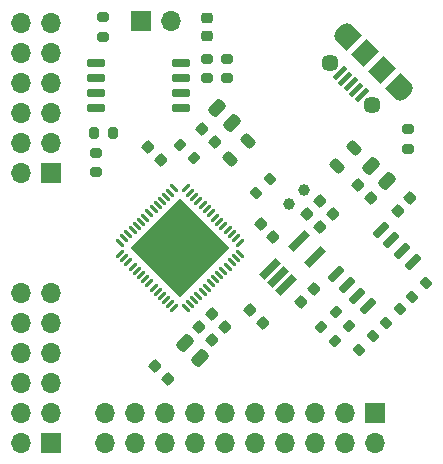
<source format=gts>
G04 #@! TF.GenerationSoftware,KiCad,Pcbnew,(6.0.0-0)*
G04 #@! TF.CreationDate,2022-07-07T12:10:55+02:00*
G04 #@! TF.ProjectId,core-v-mini-mcu-spiboot-fpga,636f7265-2d76-42d6-9d69-6e692d6d6375,rev?*
G04 #@! TF.SameCoordinates,Original*
G04 #@! TF.FileFunction,Soldermask,Top*
G04 #@! TF.FilePolarity,Negative*
%FSLAX46Y46*%
G04 Gerber Fmt 4.6, Leading zero omitted, Abs format (unit mm)*
G04 Created by KiCad (PCBNEW (6.0.0-0)) date 2022-07-07 12:10:55*
%MOMM*%
%LPD*%
G01*
G04 APERTURE LIST*
G04 Aperture macros list*
%AMRoundRect*
0 Rectangle with rounded corners*
0 $1 Rounding radius*
0 $2 $3 $4 $5 $6 $7 $8 $9 X,Y pos of 4 corners*
0 Add a 4 corners polygon primitive as box body*
4,1,4,$2,$3,$4,$5,$6,$7,$8,$9,$2,$3,0*
0 Add four circle primitives for the rounded corners*
1,1,$1+$1,$2,$3*
1,1,$1+$1,$4,$5*
1,1,$1+$1,$6,$7*
1,1,$1+$1,$8,$9*
0 Add four rect primitives between the rounded corners*
20,1,$1+$1,$2,$3,$4,$5,0*
20,1,$1+$1,$4,$5,$6,$7,0*
20,1,$1+$1,$6,$7,$8,$9,0*
20,1,$1+$1,$8,$9,$2,$3,0*%
%AMHorizOval*
0 Thick line with rounded ends*
0 $1 width*
0 $2 $3 position (X,Y) of the first rounded end (center of the circle)*
0 $4 $5 position (X,Y) of the second rounded end (center of the circle)*
0 Add line between two ends*
20,1,$1,$2,$3,$4,$5,0*
0 Add two circle primitives to create the rounded ends*
1,1,$1,$2,$3*
1,1,$1,$4,$5*%
%AMRotRect*
0 Rectangle, with rotation*
0 The origin of the aperture is its center*
0 $1 length*
0 $2 width*
0 $3 Rotation angle, in degrees counterclockwise*
0 Add horizontal line*
21,1,$1,$2,0,0,$3*%
G04 Aperture macros list end*
%ADD10RoundRect,0.200000X-0.275000X0.200000X-0.275000X-0.200000X0.275000X-0.200000X0.275000X0.200000X0*%
%ADD11RoundRect,0.250000X0.512652X0.159099X0.159099X0.512652X-0.512652X-0.159099X-0.159099X-0.512652X0*%
%ADD12RoundRect,0.250000X-0.512652X-0.159099X-0.159099X-0.512652X0.512652X0.159099X0.159099X0.512652X0*%
%ADD13RoundRect,0.200000X0.335876X0.053033X0.053033X0.335876X-0.335876X-0.053033X-0.053033X-0.335876X0*%
%ADD14RoundRect,0.225000X0.250000X-0.225000X0.250000X0.225000X-0.250000X0.225000X-0.250000X-0.225000X0*%
%ADD15RoundRect,0.062500X0.220971X0.309359X-0.309359X-0.220971X-0.220971X-0.309359X0.309359X0.220971X0*%
%ADD16RoundRect,0.062500X-0.220971X0.309359X-0.309359X0.220971X0.220971X-0.309359X0.309359X-0.220971X0*%
%ADD17RotRect,5.900000X5.900000X225.000000*%
%ADD18RoundRect,0.225000X0.335876X0.017678X0.017678X0.335876X-0.335876X-0.017678X-0.017678X-0.335876X0*%
%ADD19RoundRect,0.200000X0.275000X-0.200000X0.275000X0.200000X-0.275000X0.200000X-0.275000X-0.200000X0*%
%ADD20RoundRect,0.150000X-0.335876X-0.548008X0.548008X0.335876X0.335876X0.548008X-0.548008X-0.335876X0*%
%ADD21RoundRect,0.200000X0.200000X0.275000X-0.200000X0.275000X-0.200000X-0.275000X0.200000X-0.275000X0*%
%ADD22R,1.700000X1.700000*%
%ADD23O,1.700000X1.700000*%
%ADD24RoundRect,0.225000X0.017678X-0.335876X0.335876X-0.017678X-0.017678X0.335876X-0.335876X0.017678X0*%
%ADD25RoundRect,0.200000X-0.335876X-0.053033X-0.053033X-0.335876X0.335876X0.053033X0.053033X0.335876X0*%
%ADD26RoundRect,0.200000X0.053033X-0.335876X0.335876X-0.053033X-0.053033X0.335876X-0.335876X0.053033X0*%
%ADD27RoundRect,0.225000X-0.335876X-0.017678X-0.017678X-0.335876X0.335876X0.017678X0.017678X0.335876X0*%
%ADD28RoundRect,0.200000X-0.053033X0.335876X-0.335876X0.053033X0.053033X-0.335876X0.335876X-0.053033X0*%
%ADD29RoundRect,0.150000X-0.650000X-0.150000X0.650000X-0.150000X0.650000X0.150000X-0.650000X0.150000X0*%
%ADD30RoundRect,0.218750X-0.114905X0.424264X-0.424264X0.114905X0.114905X-0.424264X0.424264X-0.114905X0*%
%ADD31RotRect,2.000000X0.650000X45.000000*%
%ADD32RotRect,0.400000X1.350000X135.000000*%
%ADD33RotRect,1.200000X1.900000X135.000000*%
%ADD34HorizOval,1.200000X-0.247487X-0.247487X0.247487X0.247487X0*%
%ADD35RotRect,1.500000X1.900000X135.000000*%
%ADD36HorizOval,1.200000X0.247487X0.247487X-0.247487X-0.247487X0*%
%ADD37C,1.450000*%
%ADD38C,1.000000*%
G04 APERTURE END LIST*
D10*
X94500000Y-76675000D03*
X94500000Y-78325000D03*
D11*
X96671751Y-82171751D03*
X95328249Y-80828249D03*
D12*
X108407978Y-85741162D03*
X109751480Y-87084664D03*
D10*
X111500000Y-82675000D03*
X111500000Y-84325000D03*
D13*
X93433363Y-85133363D03*
X92266637Y-83966637D03*
D14*
X94500000Y-74775000D03*
X94500000Y-73225000D03*
D15*
X97332330Y-92263864D03*
X96978777Y-91910311D03*
X96625223Y-91556757D03*
X96271670Y-91203204D03*
X95918116Y-90849651D03*
X95564563Y-90496097D03*
X95211010Y-90142544D03*
X94857456Y-89788990D03*
X94503903Y-89435437D03*
X94150349Y-89081884D03*
X93796796Y-88728330D03*
X93443243Y-88374777D03*
X93089689Y-88021223D03*
X92736136Y-87667670D03*
D16*
X91763864Y-87667670D03*
X91410311Y-88021223D03*
X91056757Y-88374777D03*
X90703204Y-88728330D03*
X90349651Y-89081884D03*
X89996097Y-89435437D03*
X89642544Y-89788990D03*
X89288990Y-90142544D03*
X88935437Y-90496097D03*
X88581884Y-90849651D03*
X88228330Y-91203204D03*
X87874777Y-91556757D03*
X87521223Y-91910311D03*
X87167670Y-92263864D03*
D15*
X87167670Y-93236136D03*
X87521223Y-93589689D03*
X87874777Y-93943243D03*
X88228330Y-94296796D03*
X88581884Y-94650349D03*
X88935437Y-95003903D03*
X89288990Y-95357456D03*
X89642544Y-95711010D03*
X89996097Y-96064563D03*
X90349651Y-96418116D03*
X90703204Y-96771670D03*
X91056757Y-97125223D03*
X91410311Y-97478777D03*
X91763864Y-97832330D03*
D16*
X92736136Y-97832330D03*
X93089689Y-97478777D03*
X93443243Y-97125223D03*
X93796796Y-96771670D03*
X94150349Y-96418116D03*
X94503903Y-96064563D03*
X94857456Y-95711010D03*
X95211010Y-95357456D03*
X95564563Y-95003903D03*
X95918116Y-94650349D03*
X96271670Y-94296796D03*
X96625223Y-93943243D03*
X96978777Y-93589689D03*
X97332330Y-93236136D03*
D17*
X92250000Y-92750000D03*
D18*
X105148008Y-89798008D03*
X104051992Y-88701992D03*
D19*
X85100000Y-86325000D03*
X85100000Y-84675000D03*
D20*
X105453949Y-94953949D03*
X106351975Y-95851975D03*
X107250000Y-96750000D03*
X108148026Y-97648026D03*
X111931047Y-93865005D03*
X111033021Y-92966979D03*
X110134996Y-92068954D03*
X109236970Y-91170928D03*
D12*
X92628249Y-100728249D03*
X93971751Y-102071751D03*
D21*
X86575000Y-83000000D03*
X84925000Y-83000000D03*
D22*
X108712000Y-106648000D03*
D23*
X108712000Y-109188000D03*
X106172000Y-106648000D03*
X106172000Y-109188000D03*
X103632000Y-106648000D03*
X103632000Y-109188000D03*
X101092000Y-106648000D03*
X101092000Y-109188000D03*
X98552000Y-106648000D03*
X98552000Y-109188000D03*
X96012000Y-106648000D03*
X96012000Y-109188000D03*
X93472000Y-106648000D03*
X93472000Y-109188000D03*
X90932000Y-106648000D03*
X90932000Y-109188000D03*
X88392000Y-106648000D03*
X88392000Y-109188000D03*
X85852000Y-106648000D03*
X85852000Y-109188000D03*
D22*
X88975000Y-73500000D03*
D23*
X91515000Y-73500000D03*
D24*
X110653984Y-89596016D03*
X111750000Y-88500000D03*
D25*
X105416637Y-98166637D03*
X106583363Y-99333363D03*
X104166637Y-99441637D03*
X105333363Y-100608363D03*
D18*
X104048008Y-90898008D03*
X102951992Y-89801992D03*
D19*
X85700000Y-74825000D03*
X85700000Y-73175000D03*
D26*
X111916637Y-96833363D03*
X113083363Y-95666637D03*
D27*
X98201992Y-97951992D03*
X99298008Y-99048008D03*
D28*
X99833363Y-86916637D03*
X98666637Y-88083363D03*
D27*
X93876992Y-99426992D03*
X94973008Y-100523008D03*
D22*
X81280000Y-109220000D03*
D23*
X78740000Y-109220000D03*
X81280000Y-106680000D03*
X78740000Y-106680000D03*
X81280000Y-104140000D03*
X78740000Y-104140000D03*
X81280000Y-101600000D03*
X78740000Y-101600000D03*
X81280000Y-99060000D03*
X78740000Y-99060000D03*
X81280000Y-96520000D03*
X78740000Y-96520000D03*
D27*
X90151992Y-102676992D03*
X91248008Y-103773008D03*
X94976992Y-98301992D03*
X96073008Y-99398008D03*
D18*
X90598008Y-85273008D03*
X89501992Y-84176992D03*
D10*
X96200000Y-76675000D03*
X96200000Y-78325000D03*
D28*
X110833363Y-97916637D03*
X109666637Y-99083363D03*
D27*
X107274581Y-87395880D03*
X108370597Y-88491896D03*
D29*
X85150000Y-77095000D03*
X85150000Y-78365000D03*
X85150000Y-79635000D03*
X85150000Y-80905000D03*
X92350000Y-80905000D03*
X92350000Y-79635000D03*
X92350000Y-78365000D03*
X92350000Y-77095000D03*
D24*
X102451992Y-97298008D03*
X103548008Y-96201992D03*
D26*
X107416637Y-101333363D03*
X108583363Y-100166637D03*
D30*
X97965210Y-83651821D03*
X96462608Y-85154423D03*
D31*
X99869096Y-94537401D03*
X100540847Y-95209153D03*
X101212599Y-95880904D03*
X103630904Y-93462599D03*
X102287401Y-92119096D03*
D32*
X107613394Y-79779067D03*
X107153775Y-79319448D03*
X106694155Y-78859829D03*
X106234536Y-78400209D03*
X105774917Y-77940590D03*
D33*
X110653953Y-79001250D03*
D34*
X111078217Y-79425514D03*
D33*
X106552734Y-74900031D03*
D35*
X107896237Y-76243534D03*
D36*
X106128470Y-74475767D03*
D37*
X108461922Y-80627596D03*
D35*
X109310450Y-77657747D03*
D37*
X104926388Y-77092062D03*
D30*
X107002602Y-84247398D03*
X105500000Y-85750000D03*
D18*
X95209640Y-83772754D03*
X94113624Y-82676738D03*
D22*
X81280000Y-86360000D03*
D23*
X78740000Y-86360000D03*
X81280000Y-83820000D03*
X78740000Y-83820000D03*
X81280000Y-81280000D03*
X78740000Y-81280000D03*
X81280000Y-78740000D03*
X78740000Y-78740000D03*
X81280000Y-76200000D03*
X78740000Y-76200000D03*
X81280000Y-73660000D03*
X78740000Y-73660000D03*
D27*
X99051992Y-90701992D03*
X100148008Y-91798008D03*
D38*
X101500000Y-89000000D03*
X102702082Y-87797918D03*
M02*

</source>
